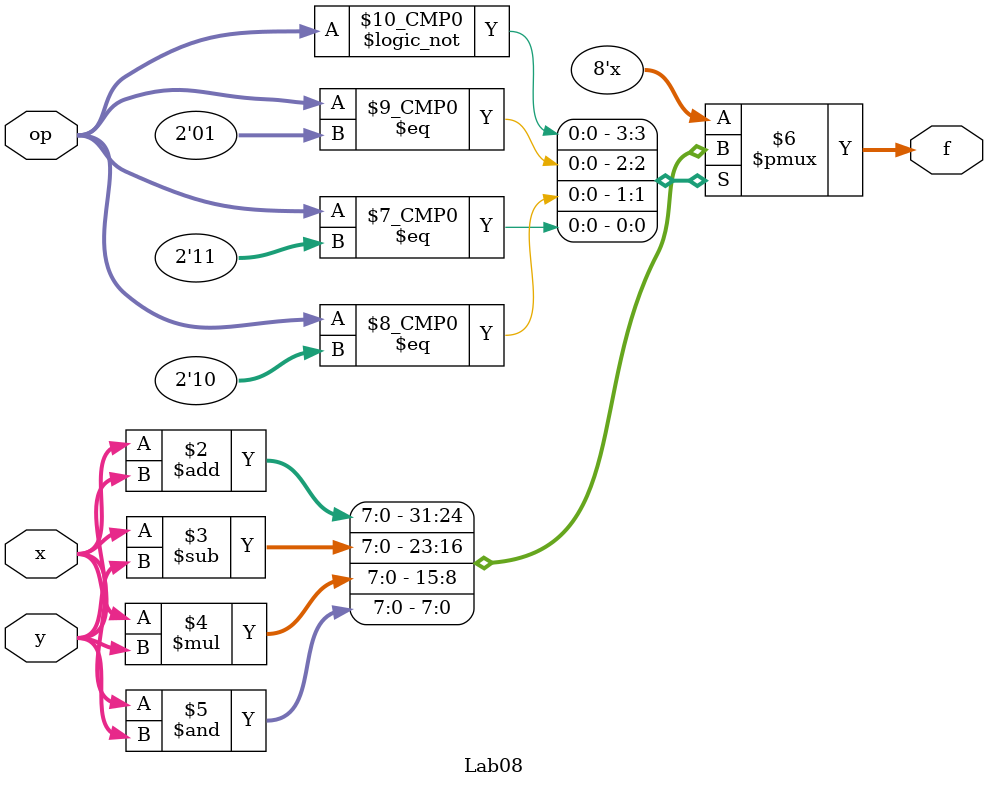
<source format=v>
`timescale 1ns / 1ps


module Lab08(x,y,op,f);
    input [3:0] x;
    input [3:0] y;
    input [1:0] op;
    output reg [7:0] f;

always @(*) begin
    case (op)
        2'b00: f = x + y;
        2'b01: f = x - y;
        2'b10: f = x * y;
        2'b11: f = x & y;
    endcase
end
endmodule


</source>
